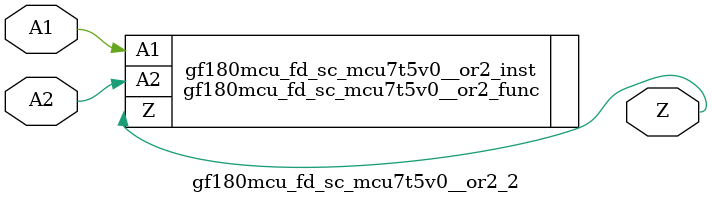
<source format=v>

`ifndef GF180MCU_FD_SC_MCU7T5V0__OR2_2_V
`define GF180MCU_FD_SC_MCU7T5V0__OR2_2_V

`include "gf180mcu_fd_sc_mcu7t5v0__or2.v"

`ifdef USE_POWER_PINS
module gf180mcu_fd_sc_mcu7t5v0__or2_2( A1, A2, Z, VDD, VSS );
inout VDD, VSS;
`else // If not USE_POWER_PINS
module gf180mcu_fd_sc_mcu7t5v0__or2_2( A1, A2, Z );
`endif // If not USE_POWER_PINS
input A1, A2;
output Z;

`ifdef USE_POWER_PINS
  gf180mcu_fd_sc_mcu7t5v0__or2_func gf180mcu_fd_sc_mcu7t5v0__or2_inst(.A1(A1),.A2(A2),.Z(Z),.VDD(VDD),.VSS(VSS));
`else // If not USE_POWER_PINS
  gf180mcu_fd_sc_mcu7t5v0__or2_func gf180mcu_fd_sc_mcu7t5v0__or2_inst(.A1(A1),.A2(A2),.Z(Z));
`endif // If not USE_POWER_PINS

`ifndef FUNCTIONAL
	// spec_gates_begin


	// spec_gates_end



   specify

	// specify_block_begin

	// comb arc A1 --> Z
	 (A1 => Z) = (1.0,1.0);

	// comb arc A2 --> Z
	 (A2 => Z) = (1.0,1.0);

	// specify_block_end

   endspecify

   `endif

endmodule
`endif // GF180MCU_FD_SC_MCU7T5V0__OR2_2_V

</source>
